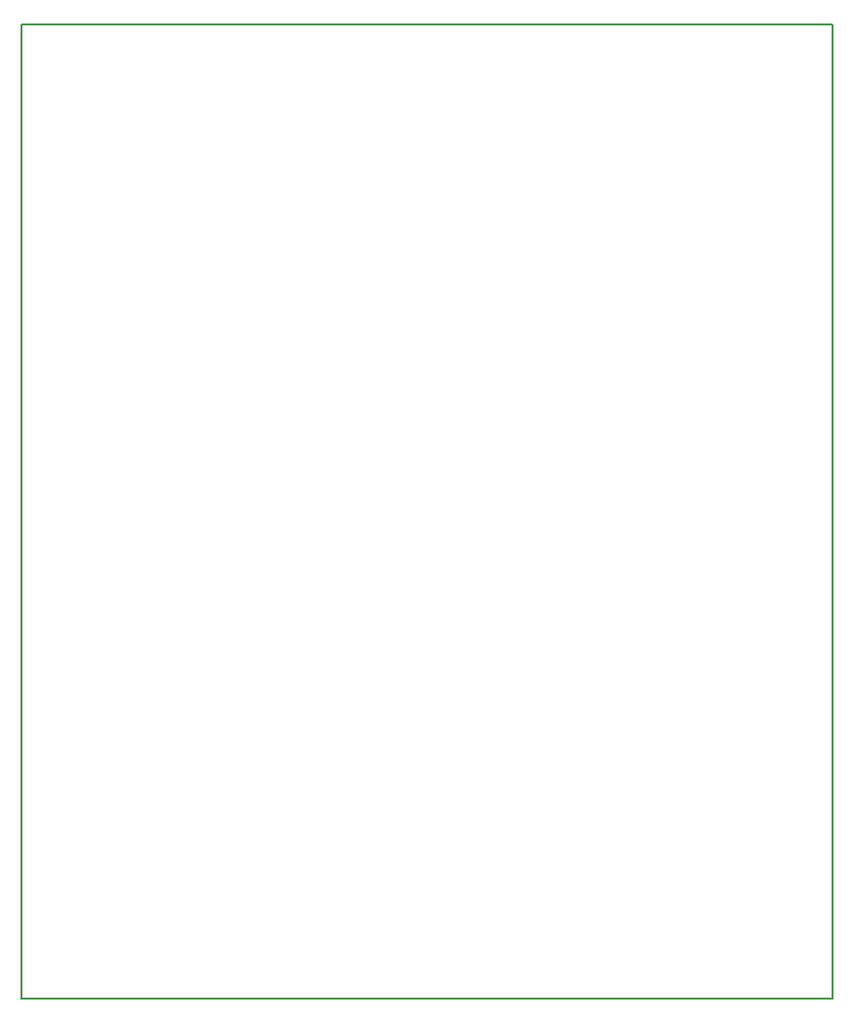
<source format=gbr>
G04 #@! TF.FileFunction,Profile,NP*
%FSLAX46Y46*%
G04 Gerber Fmt 4.6, Leading zero omitted, Abs format (unit mm)*
G04 Created by KiCad (PCBNEW 4.0.1-stable) date 18.01.2016 18:42:26*
%MOMM*%
G01*
G04 APERTURE LIST*
%ADD10C,0.100000*%
%ADD11C,0.150000*%
G04 APERTURE END LIST*
D10*
D11*
X0Y-84400000D02*
X0Y0D01*
X70400000Y-84400000D02*
X0Y-84400000D01*
X70400000Y0D02*
X70400000Y-84400000D01*
X0Y0D02*
X70400000Y0D01*
M02*

</source>
